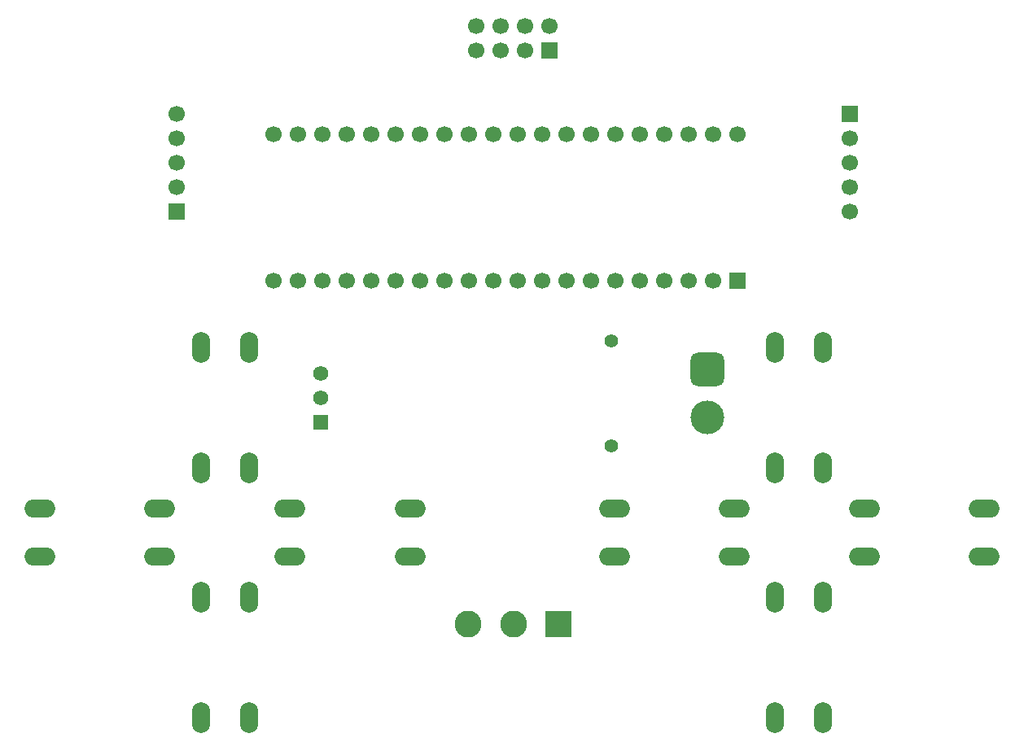
<source format=gbr>
%TF.GenerationSoftware,KiCad,Pcbnew,9.0.2*%
%TF.CreationDate,2025-08-17T08:15:12-04:00*%
%TF.ProjectId,Controller_Simple,436f6e74-726f-46c6-9c65-725f53696d70,rev?*%
%TF.SameCoordinates,Original*%
%TF.FileFunction,Soldermask,Bot*%
%TF.FilePolarity,Negative*%
%FSLAX46Y46*%
G04 Gerber Fmt 4.6, Leading zero omitted, Abs format (unit mm)*
G04 Created by KiCad (PCBNEW 9.0.2) date 2025-08-17 08:15:12*
%MOMM*%
%LPD*%
G01*
G04 APERTURE LIST*
G04 Aperture macros list*
%AMRoundRect*
0 Rectangle with rounded corners*
0 $1 Rounding radius*
0 $2 $3 $4 $5 $6 $7 $8 $9 X,Y pos of 4 corners*
0 Add a 4 corners polygon primitive as box body*
4,1,4,$2,$3,$4,$5,$6,$7,$8,$9,$2,$3,0*
0 Add four circle primitives for the rounded corners*
1,1,$1+$1,$2,$3*
1,1,$1+$1,$4,$5*
1,1,$1+$1,$6,$7*
1,1,$1+$1,$8,$9*
0 Add four rect primitives between the rounded corners*
20,1,$1+$1,$2,$3,$4,$5,0*
20,1,$1+$1,$4,$5,$6,$7,0*
20,1,$1+$1,$6,$7,$8,$9,0*
20,1,$1+$1,$8,$9,$2,$3,0*%
G04 Aperture macros list end*
%ADD10C,1.562000*%
%ADD11RoundRect,0.102000X0.679000X-0.679000X0.679000X0.679000X-0.679000X0.679000X-0.679000X-0.679000X0*%
%ADD12C,2.794000*%
%ADD13R,2.794000X2.794000*%
%ADD14O,1.900000X3.200000*%
%ADD15O,3.200000X1.900000*%
%ADD16R,1.700000X1.700000*%
%ADD17C,1.700000*%
%ADD18C,1.400000*%
%ADD19RoundRect,0.770000X0.980000X-0.980000X0.980000X0.980000X-0.980000X0.980000X-0.980000X-0.980000X0*%
%ADD20C,3.500000*%
G04 APERTURE END LIST*
D10*
%TO.C,PS1*%
X90000000Y-61460000D03*
X90000000Y-64000000D03*
D11*
X90000000Y-66540000D03*
%TD*%
D12*
%TO.C,SW9*%
X105301000Y-87500000D03*
X110000000Y-87500000D03*
D13*
X114699000Y-87500000D03*
%TD*%
D14*
%TO.C,SW5*%
X82500000Y-58750000D03*
X82500000Y-71250000D03*
X77500000Y-58750000D03*
X77500000Y-71250000D03*
%TD*%
%TO.C,SW4*%
X142250000Y-84750000D03*
X142250000Y-97250000D03*
X137250000Y-84750000D03*
X137250000Y-97250000D03*
%TD*%
D15*
%TO.C,SW8*%
X60750000Y-75500000D03*
X73250000Y-75500000D03*
X60750000Y-80500000D03*
X73250000Y-80500000D03*
%TD*%
%TO.C,SW6*%
X86750000Y-75500000D03*
X99250000Y-75500000D03*
X86750000Y-80500000D03*
X99250000Y-80500000D03*
%TD*%
D14*
%TO.C,SW2*%
X137250000Y-71250000D03*
X137250000Y-58750000D03*
X142250000Y-71250000D03*
X142250000Y-58750000D03*
%TD*%
D16*
%TO.C,J3*%
X145000000Y-34450000D03*
D17*
X145000000Y-36990000D03*
X145000000Y-39530000D03*
X145000000Y-42070000D03*
X145000000Y-44610000D03*
%TD*%
D16*
%TO.C,J2*%
X75000000Y-44580000D03*
D17*
X75000000Y-42040000D03*
X75000000Y-39500000D03*
X75000000Y-36960000D03*
X75000000Y-34420000D03*
%TD*%
D16*
%TO.C,J1*%
X113800000Y-27790000D03*
D17*
X113800000Y-25250000D03*
X111260000Y-27790000D03*
X111260000Y-25250000D03*
X108720000Y-27790000D03*
X108720000Y-25250000D03*
X106180000Y-27790000D03*
X106180000Y-25250000D03*
%TD*%
D14*
%TO.C,SW7*%
X77500000Y-97250000D03*
X77500000Y-84750000D03*
X82500000Y-97250000D03*
X82500000Y-84750000D03*
%TD*%
D15*
%TO.C,SW3*%
X146500000Y-75500000D03*
X159000000Y-75500000D03*
X146500000Y-80500000D03*
X159000000Y-80500000D03*
%TD*%
%TO.C,SW1*%
X120500000Y-75500000D03*
X133000000Y-75500000D03*
X120500000Y-80500000D03*
X133000000Y-80500000D03*
%TD*%
D16*
%TO.C,U2*%
X133280000Y-51740000D03*
D17*
X130740000Y-51740000D03*
X128200000Y-51740000D03*
X125660000Y-51740000D03*
X123120000Y-51740000D03*
X120580000Y-51740000D03*
X118040000Y-51740000D03*
X115500000Y-51740000D03*
X112960000Y-51740000D03*
X110420000Y-51740000D03*
X107880000Y-51740000D03*
X105340000Y-51740000D03*
X102800000Y-51740000D03*
X100260000Y-51740000D03*
X97720000Y-51740000D03*
X95180000Y-51740000D03*
X92640000Y-51740000D03*
X90100000Y-51740000D03*
X87560000Y-51740000D03*
X85020000Y-51740000D03*
X85020000Y-36500000D03*
X87560000Y-36500000D03*
X90100000Y-36500000D03*
X92640000Y-36500000D03*
X95180000Y-36500000D03*
X97720000Y-36500000D03*
X100260000Y-36500000D03*
X102800000Y-36500000D03*
X105340000Y-36500000D03*
X107880000Y-36500000D03*
X110420000Y-36500000D03*
X112960000Y-36500000D03*
X115500000Y-36500000D03*
X118040000Y-36500000D03*
X120580000Y-36500000D03*
X123120000Y-36500000D03*
X125660000Y-36500000D03*
X128200000Y-36500000D03*
X130740000Y-36500000D03*
X133280000Y-36500000D03*
%TD*%
D18*
%TO.C,J4*%
X120175000Y-69000000D03*
X120175000Y-58000000D03*
D19*
X130175000Y-61000000D03*
D20*
X130175000Y-66000000D03*
%TD*%
M02*

</source>
